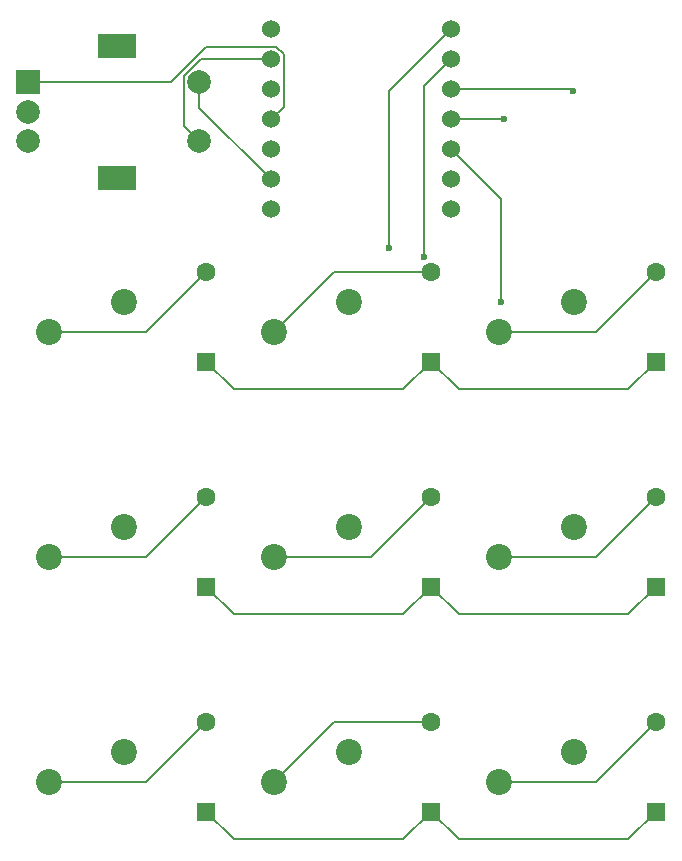
<source format=gbr>
%TF.GenerationSoftware,KiCad,Pcbnew,9.0.2*%
%TF.CreationDate,2025-06-04T18:15:27-04:00*%
%TF.ProjectId,HackpadAllan,4861636b-7061-4644-916c-6c616e2e6b69,rev?*%
%TF.SameCoordinates,Original*%
%TF.FileFunction,Copper,L1,Top*%
%TF.FilePolarity,Positive*%
%FSLAX46Y46*%
G04 Gerber Fmt 4.6, Leading zero omitted, Abs format (unit mm)*
G04 Created by KiCad (PCBNEW 9.0.2) date 2025-06-04 18:15:27*
%MOMM*%
%LPD*%
G01*
G04 APERTURE LIST*
G04 Aperture macros list*
%AMRoundRect*
0 Rectangle with rounded corners*
0 $1 Rounding radius*
0 $2 $3 $4 $5 $6 $7 $8 $9 X,Y pos of 4 corners*
0 Add a 4 corners polygon primitive as box body*
4,1,4,$2,$3,$4,$5,$6,$7,$8,$9,$2,$3,0*
0 Add four circle primitives for the rounded corners*
1,1,$1+$1,$2,$3*
1,1,$1+$1,$4,$5*
1,1,$1+$1,$6,$7*
1,1,$1+$1,$8,$9*
0 Add four rect primitives between the rounded corners*
20,1,$1+$1,$2,$3,$4,$5,0*
20,1,$1+$1,$4,$5,$6,$7,0*
20,1,$1+$1,$6,$7,$8,$9,0*
20,1,$1+$1,$8,$9,$2,$3,0*%
G04 Aperture macros list end*
%TA.AperFunction,ComponentPad*%
%ADD10RoundRect,0.250000X0.550000X-0.550000X0.550000X0.550000X-0.550000X0.550000X-0.550000X-0.550000X0*%
%TD*%
%TA.AperFunction,ComponentPad*%
%ADD11C,1.600000*%
%TD*%
%TA.AperFunction,ComponentPad*%
%ADD12C,2.200000*%
%TD*%
%TA.AperFunction,ComponentPad*%
%ADD13C,2.000000*%
%TD*%
%TA.AperFunction,ComponentPad*%
%ADD14R,3.200000X2.000000*%
%TD*%
%TA.AperFunction,ComponentPad*%
%ADD15R,2.000000X2.000000*%
%TD*%
%TA.AperFunction,ComponentPad*%
%ADD16C,1.524000*%
%TD*%
%TA.AperFunction,ViaPad*%
%ADD17C,0.600000*%
%TD*%
%TA.AperFunction,Conductor*%
%ADD18C,0.200000*%
%TD*%
G04 APERTURE END LIST*
D10*
%TO.P,D9,1,K*%
%TO.N,Row 2*%
X178575000Y-126100000D03*
D11*
%TO.P,D9,2,A*%
%TO.N,Net-(D9-A)*%
X178575000Y-118480000D03*
%TD*%
D10*
%TO.P,D8,1,K*%
%TO.N,Row 2*%
X159525000Y-126100000D03*
D11*
%TO.P,D8,2,A*%
%TO.N,Net-(D8-A)*%
X159525000Y-118480000D03*
%TD*%
D10*
%TO.P,D7,1,K*%
%TO.N,Row 2*%
X140475000Y-126100000D03*
D11*
%TO.P,D7,2,A*%
%TO.N,Net-(D7-A)*%
X140475000Y-118480000D03*
%TD*%
D10*
%TO.P,D6,1,K*%
%TO.N,Row 1*%
X178575000Y-107050000D03*
D11*
%TO.P,D6,2,A*%
%TO.N,Net-(D6-A)*%
X178575000Y-99430000D03*
%TD*%
D10*
%TO.P,D5,1,K*%
%TO.N,Row 1*%
X159525000Y-107050000D03*
D11*
%TO.P,D5,2,A*%
%TO.N,Net-(D5-A)*%
X159525000Y-99430000D03*
%TD*%
D10*
%TO.P,D4,1,K*%
%TO.N,Row 1*%
X140475000Y-107050000D03*
D11*
%TO.P,D4,2,A*%
%TO.N,Net-(D4-A)*%
X140475000Y-99430000D03*
%TD*%
D10*
%TO.P,D3,1,K*%
%TO.N,Row 0*%
X178575000Y-88000000D03*
D11*
%TO.P,D3,2,A*%
%TO.N,Net-(D3-A)*%
X178575000Y-80380000D03*
%TD*%
D10*
%TO.P,D2,1,K*%
%TO.N,Row 0*%
X159525000Y-88000000D03*
D11*
%TO.P,D2,2,A*%
%TO.N,Net-(D2-A)*%
X159525000Y-80380000D03*
%TD*%
D10*
%TO.P,D1,1,K*%
%TO.N,Row 0*%
X140475000Y-88000000D03*
D11*
%TO.P,D1,2,A*%
%TO.N,Net-(D1-A)*%
X140475000Y-80380000D03*
%TD*%
D12*
%TO.P,SW1,2,2*%
%TO.N,Net-(D1-A)*%
X127140000Y-85460000D03*
%TO.P,SW1,1,1*%
%TO.N,Column 0*%
X133490000Y-82920000D03*
%TD*%
%TO.P,SW2,2,2*%
%TO.N,Net-(D2-A)*%
X146190000Y-85460000D03*
%TO.P,SW2,1,1*%
%TO.N,Column 1*%
X152540000Y-82920000D03*
%TD*%
%TO.P,SW3,2,2*%
%TO.N,Net-(D3-A)*%
X165240000Y-85460000D03*
%TO.P,SW3,1,1*%
%TO.N,Column 2*%
X171590000Y-82920000D03*
%TD*%
%TO.P,SW4,2,2*%
%TO.N,Net-(D4-A)*%
X127140000Y-104510000D03*
%TO.P,SW4,1,1*%
%TO.N,Column 0*%
X133490000Y-101970000D03*
%TD*%
%TO.P,SW5,2,2*%
%TO.N,Net-(D5-A)*%
X146190000Y-104510000D03*
%TO.P,SW5,1,1*%
%TO.N,Column 1*%
X152540000Y-101970000D03*
%TD*%
%TO.P,SW6,2,2*%
%TO.N,Net-(D6-A)*%
X165240000Y-104510000D03*
%TO.P,SW6,1,1*%
%TO.N,Column 2*%
X171590000Y-101970000D03*
%TD*%
%TO.P,SW7,2,2*%
%TO.N,Net-(D7-A)*%
X127140000Y-123560000D03*
%TO.P,SW7,1,1*%
%TO.N,Column 0*%
X133490000Y-121020000D03*
%TD*%
%TO.P,SW8,2,2*%
%TO.N,Net-(D8-A)*%
X146190000Y-123560000D03*
%TO.P,SW8,1,1*%
%TO.N,Column 1*%
X152540000Y-121020000D03*
%TD*%
%TO.P,SW9,2,2*%
%TO.N,Net-(D9-A)*%
X165240000Y-123560000D03*
%TO.P,SW9,1,1*%
%TO.N,Column 2*%
X171590000Y-121020000D03*
%TD*%
D13*
%TO.P,SW10,S2,S2*%
%TO.N,Rot Switch*%
X139893750Y-64350000D03*
%TO.P,SW10,S1,S1*%
%TO.N,GND*%
X139893750Y-69350000D03*
D14*
%TO.P,SW10,MP*%
%TO.N,N/C*%
X132893750Y-72450000D03*
X132893750Y-61250000D03*
D13*
%TO.P,SW10,C,C*%
%TO.N,3.3V*%
X125393750Y-66850000D03*
%TO.P,SW10,B,B*%
%TO.N,Rot B*%
X125393750Y-69350000D03*
D15*
%TO.P,SW10,A,A*%
%TO.N,Rot A*%
X125393750Y-64350000D03*
%TD*%
D16*
%TO.P,U1,1,GPIO26/ADC0/A0*%
%TO.N,Column 0*%
X161210000Y-59868500D03*
%TO.P,U1,2,GPIO27/ADC1/A1*%
%TO.N,Column 1*%
X161210000Y-62408500D03*
%TO.P,U1,3,GPIO28/ADC2/A2*%
%TO.N,Column 2*%
X161210000Y-64948500D03*
%TO.P,U1,4,GPIO29/ADC3/A3*%
%TO.N,Row 2*%
X161210000Y-67488500D03*
%TO.P,U1,5,GPIO6/SDA*%
%TO.N,Row 1*%
X161210000Y-70028500D03*
%TO.P,U1,6,GPIO7/SCL*%
%TO.N,Row 0*%
X161210000Y-72568500D03*
%TO.P,U1,7,GPIO0/TX*%
%TO.N,unconnected-(U1-GPIO0{slash}TX-Pad7)*%
X161210000Y-75108500D03*
%TO.P,U1,8,GPIO1/RX*%
%TO.N,unconnected-(U1-GPIO1{slash}RX-Pad8)*%
X145970000Y-75108500D03*
%TO.P,U1,9,GPIO2/SCK*%
%TO.N,Rot Switch*%
X145970000Y-72568500D03*
%TO.P,U1,10,GPIO4/MISO*%
%TO.N,Rot B*%
X145970000Y-70028500D03*
%TO.P,U1,11,GPIO3/MOSI*%
%TO.N,Rot A*%
X145970000Y-67488500D03*
%TO.P,U1,12,3V3*%
%TO.N,3.3V*%
X145970000Y-64948500D03*
%TO.P,U1,13,GND*%
%TO.N,GND*%
X145970000Y-62408500D03*
%TO.P,U1,14,VBUS*%
%TO.N,+5V*%
X145970000Y-59868500D03*
%TD*%
D17*
%TO.N,Row 1*%
X165450000Y-82920000D03*
%TO.N,Row 2*%
X165710000Y-67500000D03*
%TO.N,Column 0*%
X155990000Y-78380000D03*
%TO.N,Column 1*%
X158940000Y-79190000D03*
%TO.N,Column 2*%
X171510000Y-65130000D03*
%TD*%
D18*
%TO.N,Net-(D1-A)*%
X135395000Y-85460000D02*
X140475000Y-80380000D01*
X127140000Y-85460000D02*
X135395000Y-85460000D01*
%TO.N,Net-(D2-A)*%
X151270000Y-80380000D02*
X159525000Y-80380000D01*
X146190000Y-85460000D02*
X151270000Y-80380000D01*
%TO.N,Net-(D3-A)*%
X173495000Y-85460000D02*
X178575000Y-80380000D01*
X165240000Y-85460000D02*
X173495000Y-85460000D01*
%TO.N,Net-(D6-A)*%
X173495000Y-104510000D02*
X178575000Y-99430000D01*
X165240000Y-104510000D02*
X173495000Y-104510000D01*
%TO.N,Net-(D5-A)*%
X154445000Y-104510000D02*
X159525000Y-99430000D01*
X146190000Y-104510000D02*
X154445000Y-104510000D01*
%TO.N,Net-(D4-A)*%
X127140000Y-104510000D02*
X135395000Y-104510000D01*
X135395000Y-104510000D02*
X140475000Y-99430000D01*
%TO.N,Net-(D7-A)*%
X127140000Y-123560000D02*
X135395000Y-123560000D01*
X135395000Y-123560000D02*
X140475000Y-118480000D01*
%TO.N,Net-(D8-A)*%
X151270000Y-118480000D02*
X146190000Y-123560000D01*
X159525000Y-118480000D02*
X151270000Y-118480000D01*
%TO.N,Net-(D9-A)*%
X173495000Y-123560000D02*
X178575000Y-118480000D01*
X165240000Y-123560000D02*
X173495000Y-123560000D01*
%TO.N,Row 0*%
X140475000Y-88000000D02*
X142826000Y-90351000D01*
X161876000Y-90351000D02*
X176224000Y-90351000D01*
X159525000Y-88000000D02*
X161876000Y-90351000D01*
X176224000Y-90351000D02*
X178575000Y-88000000D01*
X142826000Y-90351000D02*
X157174000Y-90351000D01*
X157174000Y-90351000D02*
X159525000Y-88000000D01*
%TO.N,Row 1*%
X165450000Y-82920000D02*
X165450000Y-74268500D01*
X178575000Y-107050000D02*
X178330000Y-107050000D01*
X140475000Y-107050000D02*
X142826000Y-109401000D01*
X142826000Y-109401000D02*
X157174000Y-109401000D01*
X157174000Y-109401000D02*
X159525000Y-107050000D01*
X161876000Y-109401000D02*
X176224000Y-109401000D01*
X165450000Y-74268500D02*
X161210000Y-70028500D01*
X159525000Y-107050000D02*
X161876000Y-109401000D01*
X176224000Y-109401000D02*
X178575000Y-107050000D01*
%TO.N,Row 2*%
X157174000Y-128451000D02*
X159525000Y-126100000D01*
X176224000Y-128451000D02*
X178575000Y-126100000D01*
X165698500Y-67488500D02*
X161210000Y-67488500D01*
X178575000Y-126100000D02*
X177860000Y-126100000D01*
X161876000Y-128451000D02*
X176224000Y-128451000D01*
X165710000Y-67500000D02*
X165698500Y-67488500D01*
X140475000Y-126100000D02*
X142826000Y-128451000D01*
X142826000Y-128451000D02*
X157174000Y-128451000D01*
X159525000Y-126100000D02*
X161876000Y-128451000D01*
%TO.N,Column 0*%
X155990000Y-65088500D02*
X161210000Y-59868500D01*
X155990000Y-78380000D02*
X155990000Y-65088500D01*
%TO.N,Column 1*%
X158940000Y-64678500D02*
X161210000Y-62408500D01*
X158940000Y-79190000D02*
X158940000Y-64678500D01*
%TO.N,Column 2*%
X171510000Y-65130000D02*
X171328500Y-64948500D01*
X171328500Y-64948500D02*
X161210000Y-64948500D01*
%TO.N,GND*%
X139893750Y-69350000D02*
X138592750Y-68049000D01*
X139995358Y-62408500D02*
X145970000Y-62408500D01*
X138592750Y-68049000D02*
X138592750Y-63811108D01*
X138592750Y-63811108D02*
X139995358Y-62408500D01*
%TO.N,3.3V*%
X125393750Y-66850000D02*
X125393750Y-67166250D01*
X125393750Y-67166250D02*
X125360000Y-67200000D01*
%TO.N,Rot A*%
X147033000Y-61968190D02*
X147033000Y-66425500D01*
X146410310Y-61345500D02*
X147033000Y-61968190D01*
X147033000Y-66425500D02*
X145970000Y-67488500D01*
X140491258Y-61345500D02*
X146410310Y-61345500D01*
X137486758Y-64350000D02*
X140491258Y-61345500D01*
X125393750Y-64350000D02*
X137486758Y-64350000D01*
%TO.N,Rot Switch*%
X139893750Y-64350000D02*
X139893750Y-66492250D01*
X139893750Y-66492250D02*
X145970000Y-72568500D01*
%TD*%
M02*

</source>
